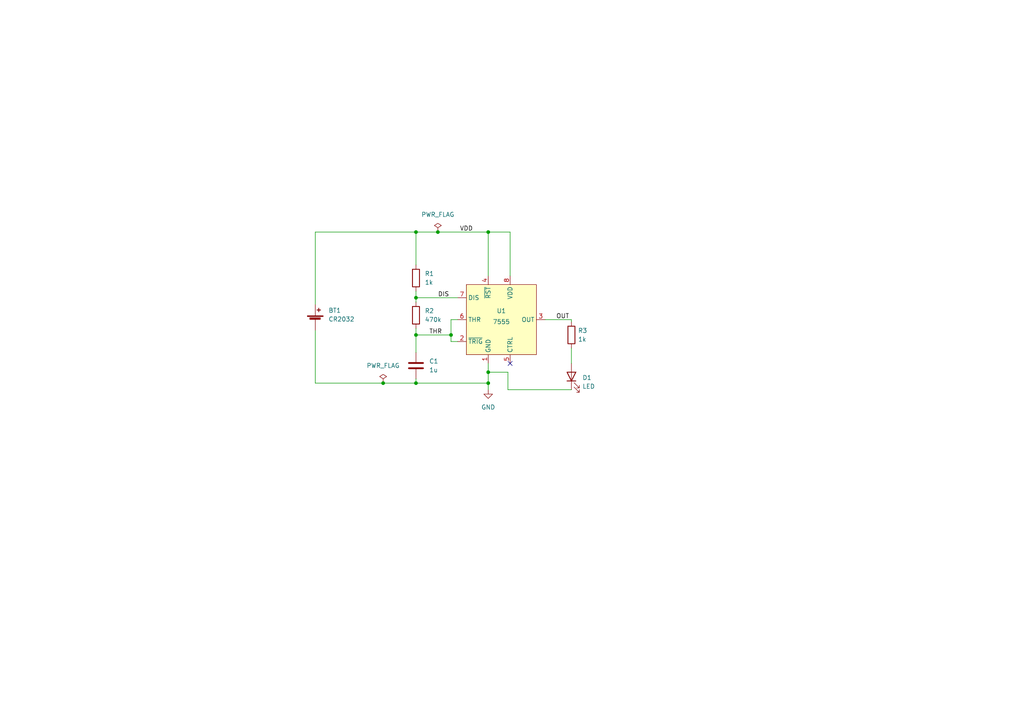
<source format=kicad_sch>
(kicad_sch (version 20211123) (generator eeschema)

  (uuid 3c5968be-06fc-4151-9328-aa5a15935c76)

  (paper "A4")

  (lib_symbols
    (symbol "Custom Library:7555" (in_bom yes) (on_board yes)
      (property "Reference" "U" (id 0) (at 0 1.27 0)
        (effects (font (size 1.27 1.27)))
      )
      (property "Value" "7555" (id 1) (at 0 -1.27 0)
        (effects (font (size 1.27 1.27)))
      )
      (property "Footprint" "" (id 2) (at 0 0 0)
        (effects (font (size 1.27 1.27)) hide)
      )
      (property "Datasheet" "" (id 3) (at 0 0 0)
        (effects (font (size 1.27 1.27)) hide)
      )
      (symbol "7555_0_1"
        (rectangle (start -10.16 10.16) (end 10.16 -10.16)
          (stroke (width 0) (type default) (color 0 0 0 0))
          (fill (type background))
        )
      )
      (symbol "7555_1_1"
        (pin input line (at -3.81 -12.7 90) (length 2.54)
          (name "GND" (effects (font (size 1.27 1.27))))
          (number "1" (effects (font (size 1.27 1.27))))
        )
        (pin input line (at -12.7 -6.35 0) (length 2.54)
          (name "~{TRIG}" (effects (font (size 1.27 1.27))))
          (number "2" (effects (font (size 1.27 1.27))))
        )
        (pin output line (at 12.7 0 180) (length 2.54)
          (name "OUT" (effects (font (size 1.27 1.27))))
          (number "3" (effects (font (size 1.27 1.27))))
        )
        (pin input line (at -3.81 12.7 270) (length 2.54)
          (name "~{RST}" (effects (font (size 1.27 1.27))))
          (number "4" (effects (font (size 1.27 1.27))))
        )
        (pin input line (at 2.54 -12.7 90) (length 2.54)
          (name "CTRL" (effects (font (size 1.27 1.27))))
          (number "5" (effects (font (size 1.27 1.27))))
        )
        (pin input line (at -12.7 0 0) (length 2.54)
          (name "THR" (effects (font (size 1.27 1.27))))
          (number "6" (effects (font (size 1.27 1.27))))
        )
        (pin input line (at -12.7 6.35 0) (length 2.54)
          (name "DIS" (effects (font (size 1.27 1.27))))
          (number "7" (effects (font (size 1.27 1.27))))
        )
        (pin input line (at 2.54 12.7 270) (length 2.54)
          (name "VDD" (effects (font (size 1.27 1.27))))
          (number "8" (effects (font (size 1.27 1.27))))
        )
      )
    )
    (symbol "Device:Battery_Cell" (pin_numbers hide) (pin_names (offset 0) hide) (in_bom yes) (on_board yes)
      (property "Reference" "BT" (id 0) (at 2.54 2.54 0)
        (effects (font (size 1.27 1.27)) (justify left))
      )
      (property "Value" "Battery_Cell" (id 1) (at 2.54 0 0)
        (effects (font (size 1.27 1.27)) (justify left))
      )
      (property "Footprint" "" (id 2) (at 0 1.524 90)
        (effects (font (size 1.27 1.27)) hide)
      )
      (property "Datasheet" "~" (id 3) (at 0 1.524 90)
        (effects (font (size 1.27 1.27)) hide)
      )
      (property "ki_keywords" "battery cell" (id 4) (at 0 0 0)
        (effects (font (size 1.27 1.27)) hide)
      )
      (property "ki_description" "Single-cell battery" (id 5) (at 0 0 0)
        (effects (font (size 1.27 1.27)) hide)
      )
      (symbol "Battery_Cell_0_1"
        (rectangle (start -2.286 1.778) (end 2.286 1.524)
          (stroke (width 0) (type default) (color 0 0 0 0))
          (fill (type outline))
        )
        (rectangle (start -1.5748 1.1938) (end 1.4732 0.6858)
          (stroke (width 0) (type default) (color 0 0 0 0))
          (fill (type outline))
        )
        (polyline
          (pts
            (xy 0 0.762)
            (xy 0 0)
          )
          (stroke (width 0) (type default) (color 0 0 0 0))
          (fill (type none))
        )
        (polyline
          (pts
            (xy 0 1.778)
            (xy 0 2.54)
          )
          (stroke (width 0) (type default) (color 0 0 0 0))
          (fill (type none))
        )
        (polyline
          (pts
            (xy 0.508 3.429)
            (xy 1.524 3.429)
          )
          (stroke (width 0.254) (type default) (color 0 0 0 0))
          (fill (type none))
        )
        (polyline
          (pts
            (xy 1.016 3.937)
            (xy 1.016 2.921)
          )
          (stroke (width 0.254) (type default) (color 0 0 0 0))
          (fill (type none))
        )
      )
      (symbol "Battery_Cell_1_1"
        (pin passive line (at 0 5.08 270) (length 2.54)
          (name "+" (effects (font (size 1.27 1.27))))
          (number "1" (effects (font (size 1.27 1.27))))
        )
        (pin passive line (at 0 -2.54 90) (length 2.54)
          (name "-" (effects (font (size 1.27 1.27))))
          (number "2" (effects (font (size 1.27 1.27))))
        )
      )
    )
    (symbol "Device:C" (pin_numbers hide) (pin_names (offset 0.254)) (in_bom yes) (on_board yes)
      (property "Reference" "C" (id 0) (at 0.635 2.54 0)
        (effects (font (size 1.27 1.27)) (justify left))
      )
      (property "Value" "C" (id 1) (at 0.635 -2.54 0)
        (effects (font (size 1.27 1.27)) (justify left))
      )
      (property "Footprint" "" (id 2) (at 0.9652 -3.81 0)
        (effects (font (size 1.27 1.27)) hide)
      )
      (property "Datasheet" "~" (id 3) (at 0 0 0)
        (effects (font (size 1.27 1.27)) hide)
      )
      (property "ki_keywords" "cap capacitor" (id 4) (at 0 0 0)
        (effects (font (size 1.27 1.27)) hide)
      )
      (property "ki_description" "Unpolarized capacitor" (id 5) (at 0 0 0)
        (effects (font (size 1.27 1.27)) hide)
      )
      (property "ki_fp_filters" "C_*" (id 6) (at 0 0 0)
        (effects (font (size 1.27 1.27)) hide)
      )
      (symbol "C_0_1"
        (polyline
          (pts
            (xy -2.032 -0.762)
            (xy 2.032 -0.762)
          )
          (stroke (width 0.508) (type default) (color 0 0 0 0))
          (fill (type none))
        )
        (polyline
          (pts
            (xy -2.032 0.762)
            (xy 2.032 0.762)
          )
          (stroke (width 0.508) (type default) (color 0 0 0 0))
          (fill (type none))
        )
      )
      (symbol "C_1_1"
        (pin passive line (at 0 3.81 270) (length 2.794)
          (name "~" (effects (font (size 1.27 1.27))))
          (number "1" (effects (font (size 1.27 1.27))))
        )
        (pin passive line (at 0 -3.81 90) (length 2.794)
          (name "~" (effects (font (size 1.27 1.27))))
          (number "2" (effects (font (size 1.27 1.27))))
        )
      )
    )
    (symbol "Device:LED" (pin_numbers hide) (pin_names (offset 1.016) hide) (in_bom yes) (on_board yes)
      (property "Reference" "D" (id 0) (at 0 2.54 0)
        (effects (font (size 1.27 1.27)))
      )
      (property "Value" "LED" (id 1) (at 0 -2.54 0)
        (effects (font (size 1.27 1.27)))
      )
      (property "Footprint" "" (id 2) (at 0 0 0)
        (effects (font (size 1.27 1.27)) hide)
      )
      (property "Datasheet" "~" (id 3) (at 0 0 0)
        (effects (font (size 1.27 1.27)) hide)
      )
      (property "ki_keywords" "LED diode" (id 4) (at 0 0 0)
        (effects (font (size 1.27 1.27)) hide)
      )
      (property "ki_description" "Light emitting diode" (id 5) (at 0 0 0)
        (effects (font (size 1.27 1.27)) hide)
      )
      (property "ki_fp_filters" "LED* LED_SMD:* LED_THT:*" (id 6) (at 0 0 0)
        (effects (font (size 1.27 1.27)) hide)
      )
      (symbol "LED_0_1"
        (polyline
          (pts
            (xy -1.27 -1.27)
            (xy -1.27 1.27)
          )
          (stroke (width 0.254) (type default) (color 0 0 0 0))
          (fill (type none))
        )
        (polyline
          (pts
            (xy -1.27 0)
            (xy 1.27 0)
          )
          (stroke (width 0) (type default) (color 0 0 0 0))
          (fill (type none))
        )
        (polyline
          (pts
            (xy 1.27 -1.27)
            (xy 1.27 1.27)
            (xy -1.27 0)
            (xy 1.27 -1.27)
          )
          (stroke (width 0.254) (type default) (color 0 0 0 0))
          (fill (type none))
        )
        (polyline
          (pts
            (xy -3.048 -0.762)
            (xy -4.572 -2.286)
            (xy -3.81 -2.286)
            (xy -4.572 -2.286)
            (xy -4.572 -1.524)
          )
          (stroke (width 0) (type default) (color 0 0 0 0))
          (fill (type none))
        )
        (polyline
          (pts
            (xy -1.778 -0.762)
            (xy -3.302 -2.286)
            (xy -2.54 -2.286)
            (xy -3.302 -2.286)
            (xy -3.302 -1.524)
          )
          (stroke (width 0) (type default) (color 0 0 0 0))
          (fill (type none))
        )
      )
      (symbol "LED_1_1"
        (pin passive line (at -3.81 0 0) (length 2.54)
          (name "K" (effects (font (size 1.27 1.27))))
          (number "1" (effects (font (size 1.27 1.27))))
        )
        (pin passive line (at 3.81 0 180) (length 2.54)
          (name "A" (effects (font (size 1.27 1.27))))
          (number "2" (effects (font (size 1.27 1.27))))
        )
      )
    )
    (symbol "Device:R" (pin_numbers hide) (pin_names (offset 0)) (in_bom yes) (on_board yes)
      (property "Reference" "R" (id 0) (at 2.032 0 90)
        (effects (font (size 1.27 1.27)))
      )
      (property "Value" "R" (id 1) (at 0 0 90)
        (effects (font (size 1.27 1.27)))
      )
      (property "Footprint" "" (id 2) (at -1.778 0 90)
        (effects (font (size 1.27 1.27)) hide)
      )
      (property "Datasheet" "~" (id 3) (at 0 0 0)
        (effects (font (size 1.27 1.27)) hide)
      )
      (property "ki_keywords" "R res resistor" (id 4) (at 0 0 0)
        (effects (font (size 1.27 1.27)) hide)
      )
      (property "ki_description" "Resistor" (id 5) (at 0 0 0)
        (effects (font (size 1.27 1.27)) hide)
      )
      (property "ki_fp_filters" "R_*" (id 6) (at 0 0 0)
        (effects (font (size 1.27 1.27)) hide)
      )
      (symbol "R_0_1"
        (rectangle (start -1.016 -2.54) (end 1.016 2.54)
          (stroke (width 0.254) (type default) (color 0 0 0 0))
          (fill (type none))
        )
      )
      (symbol "R_1_1"
        (pin passive line (at 0 3.81 270) (length 1.27)
          (name "~" (effects (font (size 1.27 1.27))))
          (number "1" (effects (font (size 1.27 1.27))))
        )
        (pin passive line (at 0 -3.81 90) (length 1.27)
          (name "~" (effects (font (size 1.27 1.27))))
          (number "2" (effects (font (size 1.27 1.27))))
        )
      )
    )
    (symbol "power:GND" (power) (pin_names (offset 0)) (in_bom yes) (on_board yes)
      (property "Reference" "#PWR" (id 0) (at 0 -6.35 0)
        (effects (font (size 1.27 1.27)) hide)
      )
      (property "Value" "GND" (id 1) (at 0 -3.81 0)
        (effects (font (size 1.27 1.27)))
      )
      (property "Footprint" "" (id 2) (at 0 0 0)
        (effects (font (size 1.27 1.27)) hide)
      )
      (property "Datasheet" "" (id 3) (at 0 0 0)
        (effects (font (size 1.27 1.27)) hide)
      )
      (property "ki_keywords" "power-flag" (id 4) (at 0 0 0)
        (effects (font (size 1.27 1.27)) hide)
      )
      (property "ki_description" "Power symbol creates a global label with name \"GND\" , ground" (id 5) (at 0 0 0)
        (effects (font (size 1.27 1.27)) hide)
      )
      (symbol "GND_0_1"
        (polyline
          (pts
            (xy 0 0)
            (xy 0 -1.27)
            (xy 1.27 -1.27)
            (xy 0 -2.54)
            (xy -1.27 -1.27)
            (xy 0 -1.27)
          )
          (stroke (width 0) (type default) (color 0 0 0 0))
          (fill (type none))
        )
      )
      (symbol "GND_1_1"
        (pin power_in line (at 0 0 270) (length 0) hide
          (name "GND" (effects (font (size 1.27 1.27))))
          (number "1" (effects (font (size 1.27 1.27))))
        )
      )
    )
    (symbol "power:PWR_FLAG" (power) (pin_numbers hide) (pin_names (offset 0) hide) (in_bom yes) (on_board yes)
      (property "Reference" "#FLG" (id 0) (at 0 1.905 0)
        (effects (font (size 1.27 1.27)) hide)
      )
      (property "Value" "PWR_FLAG" (id 1) (at 0 3.81 0)
        (effects (font (size 1.27 1.27)))
      )
      (property "Footprint" "" (id 2) (at 0 0 0)
        (effects (font (size 1.27 1.27)) hide)
      )
      (property "Datasheet" "~" (id 3) (at 0 0 0)
        (effects (font (size 1.27 1.27)) hide)
      )
      (property "ki_keywords" "power-flag" (id 4) (at 0 0 0)
        (effects (font (size 1.27 1.27)) hide)
      )
      (property "ki_description" "Special symbol for telling ERC where power comes from" (id 5) (at 0 0 0)
        (effects (font (size 1.27 1.27)) hide)
      )
      (symbol "PWR_FLAG_0_0"
        (pin power_out line (at 0 0 90) (length 0)
          (name "pwr" (effects (font (size 1.27 1.27))))
          (number "1" (effects (font (size 1.27 1.27))))
        )
      )
      (symbol "PWR_FLAG_0_1"
        (polyline
          (pts
            (xy 0 0)
            (xy 0 1.27)
            (xy -1.016 1.905)
            (xy 0 2.54)
            (xy 1.016 1.905)
            (xy 0 1.27)
          )
          (stroke (width 0) (type default) (color 0 0 0 0))
          (fill (type none))
        )
      )
    )
  )

  (junction (at 120.65 86.36) (diameter 0) (color 0 0 0 0)
    (uuid 06defb86-2688-4518-9642-fe21ec8e9cb9)
  )
  (junction (at 120.65 97.155) (diameter 0) (color 0 0 0 0)
    (uuid 3194ddce-4be6-408e-bca7-4bf15da3fae8)
  )
  (junction (at 120.65 67.31) (diameter 0) (color 0 0 0 0)
    (uuid 3ae58ef1-7f2c-46f1-96cf-9f6c8112f74c)
  )
  (junction (at 130.81 97.155) (diameter 0) (color 0 0 0 0)
    (uuid 47eb9dcd-5253-4a52-b5ff-8d9bdcb166b7)
  )
  (junction (at 127 67.31) (diameter 0) (color 0 0 0 0)
    (uuid 50b0bfbd-f352-421c-8d42-5955a47e778d)
  )
  (junction (at 111.125 111.125) (diameter 0) (color 0 0 0 0)
    (uuid 5cde6c67-5adc-4a02-bd09-787e168caa29)
  )
  (junction (at 141.605 67.31) (diameter 0) (color 0 0 0 0)
    (uuid 761c97c1-edcd-4cfc-92f7-483dab72a6eb)
  )
  (junction (at 120.65 111.125) (diameter 0) (color 0 0 0 0)
    (uuid b217b2fd-5acd-4356-a782-519772e26acf)
  )
  (junction (at 141.605 111.125) (diameter 0) (color 0 0 0 0)
    (uuid c28357a0-95f8-4fd5-a34f-77a42de7fd4c)
  )
  (junction (at 141.605 107.95) (diameter 0) (color 0 0 0 0)
    (uuid e3bf148e-218d-4506-9e85-3d9058344d97)
  )

  (no_connect (at 147.955 105.41) (uuid e1a01412-0c44-475f-b944-04e65b6cbc85))

  (wire (pts (xy 120.65 86.36) (xy 132.715 86.36))
    (stroke (width 0) (type default) (color 0 0 0 0))
    (uuid 0a0f28b0-80c8-42ec-a8cc-d13bd9f7efd7)
  )
  (wire (pts (xy 165.735 100.965) (xy 165.735 105.41))
    (stroke (width 0) (type default) (color 0 0 0 0))
    (uuid 10ce7fa7-51bd-44c4-b367-08f6073f44f1)
  )
  (wire (pts (xy 120.65 67.31) (xy 120.65 76.835))
    (stroke (width 0) (type default) (color 0 0 0 0))
    (uuid 15f086f6-5ea0-4c1b-bcbc-b7f1d28d9adb)
  )
  (wire (pts (xy 111.125 111.125) (xy 91.44 111.125))
    (stroke (width 0) (type default) (color 0 0 0 0))
    (uuid 1af20e22-67a6-4aff-a266-e7f0f3753c80)
  )
  (wire (pts (xy 158.115 92.71) (xy 165.735 92.71))
    (stroke (width 0) (type default) (color 0 0 0 0))
    (uuid 1c03702a-011f-4ef4-81d7-d325ec860b28)
  )
  (wire (pts (xy 120.65 86.36) (xy 120.65 87.63))
    (stroke (width 0) (type default) (color 0 0 0 0))
    (uuid 222f68c7-539b-4a36-bc9d-5429de1a64d2)
  )
  (wire (pts (xy 165.735 113.03) (xy 147.32 113.03))
    (stroke (width 0) (type default) (color 0 0 0 0))
    (uuid 28150eb3-5d53-4b08-b817-6643047db41d)
  )
  (wire (pts (xy 141.605 67.31) (xy 147.955 67.31))
    (stroke (width 0) (type default) (color 0 0 0 0))
    (uuid 2907d51a-bd02-486b-9902-a430d0ed15f0)
  )
  (wire (pts (xy 130.81 97.155) (xy 130.81 99.06))
    (stroke (width 0) (type default) (color 0 0 0 0))
    (uuid 2bfbccdc-a9f6-4cc3-a5b8-2d927f9e9cd0)
  )
  (wire (pts (xy 132.715 92.71) (xy 130.81 92.71))
    (stroke (width 0) (type default) (color 0 0 0 0))
    (uuid 3520fdbc-cf93-49e2-85a1-a4362b3e4175)
  )
  (wire (pts (xy 120.65 84.455) (xy 120.65 86.36))
    (stroke (width 0) (type default) (color 0 0 0 0))
    (uuid 38819be2-17a2-4459-aea1-4567f5709ee6)
  )
  (wire (pts (xy 91.44 95.885) (xy 91.44 111.125))
    (stroke (width 0) (type default) (color 0 0 0 0))
    (uuid 3b676793-700c-49bd-be23-d13cb2c4e5e5)
  )
  (wire (pts (xy 120.65 111.125) (xy 111.125 111.125))
    (stroke (width 0) (type default) (color 0 0 0 0))
    (uuid 431f36bd-ff84-4d65-a0cb-dce7cd26764c)
  )
  (wire (pts (xy 147.32 113.03) (xy 147.32 107.95))
    (stroke (width 0) (type default) (color 0 0 0 0))
    (uuid 452bfd13-d99a-4f00-8bb2-0657af6f3320)
  )
  (wire (pts (xy 91.44 88.265) (xy 91.44 67.31))
    (stroke (width 0) (type default) (color 0 0 0 0))
    (uuid 60035eee-f55a-4fb3-9bc2-05e9b99da37d)
  )
  (wire (pts (xy 130.81 99.06) (xy 132.715 99.06))
    (stroke (width 0) (type default) (color 0 0 0 0))
    (uuid 643547f0-d5e9-42ce-ba85-c023a6c0fb9e)
  )
  (wire (pts (xy 147.32 107.95) (xy 141.605 107.95))
    (stroke (width 0) (type default) (color 0 0 0 0))
    (uuid 654b0e1e-e7f0-4135-ab56-a34425428848)
  )
  (wire (pts (xy 141.605 113.03) (xy 141.605 111.125))
    (stroke (width 0) (type default) (color 0 0 0 0))
    (uuid 76b5275a-fc8a-49ab-beec-938182008d9c)
  )
  (wire (pts (xy 120.65 111.125) (xy 120.65 109.855))
    (stroke (width 0) (type default) (color 0 0 0 0))
    (uuid 85da24b9-56eb-47f9-bfc7-ebc7a75ba105)
  )
  (wire (pts (xy 147.955 67.31) (xy 147.955 80.01))
    (stroke (width 0) (type default) (color 0 0 0 0))
    (uuid 93f78399-6e20-4d7a-bdaa-2ed4e743f8cf)
  )
  (wire (pts (xy 120.65 95.25) (xy 120.65 97.155))
    (stroke (width 0) (type default) (color 0 0 0 0))
    (uuid 99e2efb2-6086-43e0-a7ea-eff8cf8f591a)
  )
  (wire (pts (xy 120.65 111.125) (xy 141.605 111.125))
    (stroke (width 0) (type default) (color 0 0 0 0))
    (uuid a3cde0d9-35fb-4a79-b860-d7c69ead9558)
  )
  (wire (pts (xy 165.735 92.71) (xy 165.735 93.345))
    (stroke (width 0) (type default) (color 0 0 0 0))
    (uuid b7768781-1ef2-4774-8d74-5b738423e331)
  )
  (wire (pts (xy 141.605 107.95) (xy 141.605 111.125))
    (stroke (width 0) (type default) (color 0 0 0 0))
    (uuid b9be14c9-07d8-4c16-974b-c290ed23b13b)
  )
  (wire (pts (xy 120.65 67.31) (xy 127 67.31))
    (stroke (width 0) (type default) (color 0 0 0 0))
    (uuid cba46341-5823-4aef-85ec-79b94598547b)
  )
  (wire (pts (xy 141.605 105.41) (xy 141.605 107.95))
    (stroke (width 0) (type default) (color 0 0 0 0))
    (uuid cd8abe9b-5d5e-4963-b98a-796b6def5d8b)
  )
  (wire (pts (xy 141.605 67.31) (xy 141.605 80.01))
    (stroke (width 0) (type default) (color 0 0 0 0))
    (uuid cf343966-b097-4d4b-8626-309fc614f19e)
  )
  (wire (pts (xy 120.65 97.155) (xy 120.65 102.235))
    (stroke (width 0) (type default) (color 0 0 0 0))
    (uuid cfec0c28-93f0-4343-871f-eaa69cea512e)
  )
  (wire (pts (xy 130.81 97.155) (xy 120.65 97.155))
    (stroke (width 0) (type default) (color 0 0 0 0))
    (uuid e4d403be-4cb9-4537-8b8f-40f9dfb65a75)
  )
  (wire (pts (xy 127 67.31) (xy 141.605 67.31))
    (stroke (width 0) (type default) (color 0 0 0 0))
    (uuid ef16600a-1901-4cbd-9804-143fc81d2d33)
  )
  (wire (pts (xy 130.81 92.71) (xy 130.81 97.155))
    (stroke (width 0) (type default) (color 0 0 0 0))
    (uuid f3fe2e15-2234-4896-94e0-6440383764ee)
  )
  (wire (pts (xy 91.44 67.31) (xy 120.65 67.31))
    (stroke (width 0) (type default) (color 0 0 0 0))
    (uuid f7e7ba3f-c0ea-4d01-a8c8-b42257ba7a46)
  )

  (label "OUT" (at 161.29 92.71 0)
    (effects (font (size 1.27 1.27)) (justify left bottom))
    (uuid 0d8ae524-104d-4c0f-b410-dd6f541f77b9)
  )
  (label "THR" (at 124.46 97.155 0)
    (effects (font (size 1.27 1.27)) (justify left bottom))
    (uuid 2c46df65-26bf-47d1-ad8d-e32bf369170e)
  )
  (label "VDD" (at 133.35 67.31 0)
    (effects (font (size 1.27 1.27)) (justify left bottom))
    (uuid 95fee9b1-7f98-43b9-8cf6-42760e512ef0)
  )
  (label "DIS" (at 127 86.36 0)
    (effects (font (size 1.27 1.27)) (justify left bottom))
    (uuid e3197f8b-b01c-45d0-a6ab-4079d8f7c9f9)
  )

  (symbol (lib_id "power:PWR_FLAG") (at 111.125 111.125 0) (unit 1)
    (in_bom yes) (on_board yes) (fields_autoplaced)
    (uuid 38a517a3-fb56-41fb-9e1f-84fe2f72f640)
    (property "Reference" "#FLG0102" (id 0) (at 111.125 109.22 0)
      (effects (font (size 1.27 1.27)) hide)
    )
    (property "Value" "PWR_FLAG" (id 1) (at 111.125 106.045 0))
    (property "Footprint" "" (id 2) (at 111.125 111.125 0)
      (effects (font (size 1.27 1.27)) hide)
    )
    (property "Datasheet" "~" (id 3) (at 111.125 111.125 0)
      (effects (font (size 1.27 1.27)) hide)
    )
    (pin "1" (uuid 901d2ba7-0983-4079-846a-a871b0beb5b0))
  )

  (symbol (lib_id "Device:Battery_Cell") (at 91.44 93.345 0) (unit 1)
    (in_bom yes) (on_board yes) (fields_autoplaced)
    (uuid 4eaff93f-2f3f-42a6-aa72-750dade611bb)
    (property "Reference" "BT1" (id 0) (at 95.25 90.0429 0)
      (effects (font (size 1.27 1.27)) (justify left))
    )
    (property "Value" "CR2032" (id 1) (at 95.25 92.5829 0)
      (effects (font (size 1.27 1.27)) (justify left))
    )
    (property "Footprint" "Custom Footprint Library:S8211-46R" (id 2) (at 91.44 91.821 90)
      (effects (font (size 1.27 1.27)) hide)
    )
    (property "Datasheet" "~" (id 3) (at 91.44 91.821 90)
      (effects (font (size 1.27 1.27)) hide)
    )
    (pin "1" (uuid 63a43c2e-3f40-4742-bf50-b2e1f84af027))
    (pin "2" (uuid cf800dc9-5c1c-4fb3-b6b2-620435428212))
  )

  (symbol (lib_id "power:GND") (at 141.605 113.03 0) (unit 1)
    (in_bom yes) (on_board yes) (fields_autoplaced)
    (uuid 52015309-9896-4e9e-9fac-bd852135c39c)
    (property "Reference" "#PWR0101" (id 0) (at 141.605 119.38 0)
      (effects (font (size 1.27 1.27)) hide)
    )
    (property "Value" "GND" (id 1) (at 141.605 118.11 0))
    (property "Footprint" "" (id 2) (at 141.605 113.03 0)
      (effects (font (size 1.27 1.27)) hide)
    )
    (property "Datasheet" "" (id 3) (at 141.605 113.03 0)
      (effects (font (size 1.27 1.27)) hide)
    )
    (pin "1" (uuid f8547336-0089-4408-8a6b-2c640e507396))
  )

  (symbol (lib_id "power:PWR_FLAG") (at 127 67.31 0) (unit 1)
    (in_bom yes) (on_board yes) (fields_autoplaced)
    (uuid 8c5d1962-8803-434a-8a82-1ac25ea2e9b1)
    (property "Reference" "#FLG0101" (id 0) (at 127 65.405 0)
      (effects (font (size 1.27 1.27)) hide)
    )
    (property "Value" "PWR_FLAG" (id 1) (at 127 62.23 0))
    (property "Footprint" "" (id 2) (at 127 67.31 0)
      (effects (font (size 1.27 1.27)) hide)
    )
    (property "Datasheet" "~" (id 3) (at 127 67.31 0)
      (effects (font (size 1.27 1.27)) hide)
    )
    (pin "1" (uuid 70a365e3-117a-45ac-9393-aeaa42846b44))
  )

  (symbol (lib_id "Device:R") (at 120.65 80.645 0) (unit 1)
    (in_bom yes) (on_board yes) (fields_autoplaced)
    (uuid a0663f89-c5bc-4a52-be92-7ec60482b320)
    (property "Reference" "R1" (id 0) (at 123.19 79.3749 0)
      (effects (font (size 1.27 1.27)) (justify left))
    )
    (property "Value" "1k" (id 1) (at 123.19 81.9149 0)
      (effects (font (size 1.27 1.27)) (justify left))
    )
    (property "Footprint" "Resistor_SMD:R_0805_2012Metric_Pad1.20x1.40mm_HandSolder" (id 2) (at 118.872 80.645 90)
      (effects (font (size 1.27 1.27)) hide)
    )
    (property "Datasheet" "~" (id 3) (at 120.65 80.645 0)
      (effects (font (size 1.27 1.27)) hide)
    )
    (pin "1" (uuid 77470175-4577-44f4-8111-cc2db9fb28e8))
    (pin "2" (uuid bac52490-81d5-4fae-b296-89b929de2b32))
  )

  (symbol (lib_id "Device:LED") (at 165.735 109.22 90) (unit 1)
    (in_bom yes) (on_board yes) (fields_autoplaced)
    (uuid c541e1d2-0113-47ea-b8ae-ed8f5d86f4e0)
    (property "Reference" "D1" (id 0) (at 168.91 109.5374 90)
      (effects (font (size 1.27 1.27)) (justify right))
    )
    (property "Value" "LED" (id 1) (at 168.91 112.0774 90)
      (effects (font (size 1.27 1.27)) (justify right))
    )
    (property "Footprint" "LED_SMD:LED_0805_2012Metric_Pad1.15x1.40mm_HandSolder" (id 2) (at 165.735 109.22 0)
      (effects (font (size 1.27 1.27)) hide)
    )
    (property "Datasheet" "~" (id 3) (at 165.735 109.22 0)
      (effects (font (size 1.27 1.27)) hide)
    )
    (pin "1" (uuid 9002808f-906b-4f2d-87c4-178d464ac0e5))
    (pin "2" (uuid 36c49463-8f77-4ddb-b866-94ab51241be8))
  )

  (symbol (lib_id "Device:C") (at 120.65 106.045 0) (unit 1)
    (in_bom yes) (on_board yes) (fields_autoplaced)
    (uuid cc8c516d-ee0e-4218-83e4-dd6555b766eb)
    (property "Reference" "C1" (id 0) (at 124.46 104.7749 0)
      (effects (font (size 1.27 1.27)) (justify left))
    )
    (property "Value" "1u" (id 1) (at 124.46 107.3149 0)
      (effects (font (size 1.27 1.27)) (justify left))
    )
    (property "Footprint" "Capacitor_SMD:C_0805_2012Metric_Pad1.18x1.45mm_HandSolder" (id 2) (at 121.6152 109.855 0)
      (effects (font (size 1.27 1.27)) hide)
    )
    (property "Datasheet" "~" (id 3) (at 120.65 106.045 0)
      (effects (font (size 1.27 1.27)) hide)
    )
    (pin "1" (uuid ed5fbc7f-5dfb-40b8-9c69-8ce9a5b39e31))
    (pin "2" (uuid 2d2e415e-3a6e-4874-a142-ae786fa29521))
  )

  (symbol (lib_id "Device:R") (at 165.735 97.155 0) (unit 1)
    (in_bom yes) (on_board yes) (fields_autoplaced)
    (uuid e1692266-ce38-447d-85ba-6f0d8e2a9753)
    (property "Reference" "R3" (id 0) (at 167.64 95.8849 0)
      (effects (font (size 1.27 1.27)) (justify left))
    )
    (property "Value" "1k" (id 1) (at 167.64 98.4249 0)
      (effects (font (size 1.27 1.27)) (justify left))
    )
    (property "Footprint" "Resistor_SMD:R_0805_2012Metric_Pad1.20x1.40mm_HandSolder" (id 2) (at 163.957 97.155 90)
      (effects (font (size 1.27 1.27)) hide)
    )
    (property "Datasheet" "~" (id 3) (at 165.735 97.155 0)
      (effects (font (size 1.27 1.27)) hide)
    )
    (pin "1" (uuid d15be003-6deb-4cc8-b54d-1a00f08e9fcf))
    (pin "2" (uuid 5591722e-cbf1-424a-a268-b88f5014a711))
  )

  (symbol (lib_id "Custom Library:7555") (at 145.415 92.71 0) (unit 1)
    (in_bom yes) (on_board yes)
    (uuid e524a38b-e081-408a-a770-8eb5e7f20952)
    (property "Reference" "U1" (id 0) (at 145.415 90.17 0))
    (property "Value" "7555" (id 1) (at 145.415 93.345 0))
    (property "Footprint" "Package_SO:SOIC-8_3.9x4.9mm_P1.27mm" (id 2) (at 145.415 92.71 0)
      (effects (font (size 1.27 1.27)) hide)
    )
    (property "Datasheet" "" (id 3) (at 145.415 92.71 0)
      (effects (font (size 1.27 1.27)) hide)
    )
    (pin "1" (uuid 81aadc75-b9df-43de-8827-77e60f62523f))
    (pin "2" (uuid 1a019988-f8dc-4f12-89bf-78baa080738e))
    (pin "3" (uuid 6dc35285-6da1-45bb-9baa-249ecf186f50))
    (pin "4" (uuid 9c3fcfeb-d0ab-45f7-ac65-01d0bda364c4))
    (pin "5" (uuid 800c6dd4-c7e9-4003-966c-dadfcd63cfaf))
    (pin "6" (uuid 4d642ff5-3332-4c6d-8457-9066a68675d1))
    (pin "7" (uuid b97f9e02-efc8-4e54-a363-96a9515e719a))
    (pin "8" (uuid 6d43b02b-6e54-4072-8a00-f9b587c5e887))
  )

  (symbol (lib_id "Device:R") (at 120.65 91.44 0) (unit 1)
    (in_bom yes) (on_board yes) (fields_autoplaced)
    (uuid e6110074-6dfc-4825-8b47-ed97e47cf73d)
    (property "Reference" "R2" (id 0) (at 123.19 90.1699 0)
      (effects (font (size 1.27 1.27)) (justify left))
    )
    (property "Value" "470k" (id 1) (at 123.19 92.7099 0)
      (effects (font (size 1.27 1.27)) (justify left))
    )
    (property "Footprint" "Resistor_SMD:R_0805_2012Metric_Pad1.20x1.40mm_HandSolder" (id 2) (at 118.872 91.44 90)
      (effects (font (size 1.27 1.27)) hide)
    )
    (property "Datasheet" "~" (id 3) (at 120.65 91.44 0)
      (effects (font (size 1.27 1.27)) hide)
    )
    (pin "1" (uuid 1bd28c31-00cb-43cb-b5f1-81480e9678db))
    (pin "2" (uuid 09fe8bb1-db73-41b5-8160-17a7e1a1c5f0))
  )

  (sheet_instances
    (path "/" (page "1"))
  )

  (symbol_instances
    (path "/8c5d1962-8803-434a-8a82-1ac25ea2e9b1"
      (reference "#FLG0101") (unit 1) (value "PWR_FLAG") (footprint "")
    )
    (path "/38a517a3-fb56-41fb-9e1f-84fe2f72f640"
      (reference "#FLG0102") (unit 1) (value "PWR_FLAG") (footprint "")
    )
    (path "/52015309-9896-4e9e-9fac-bd852135c39c"
      (reference "#PWR0101") (unit 1) (value "GND") (footprint "")
    )
    (path "/4eaff93f-2f3f-42a6-aa72-750dade611bb"
      (reference "BT1") (unit 1) (value "CR2032") (footprint "Custom Footprint Library:S8211-46R")
    )
    (path "/cc8c516d-ee0e-4218-83e4-dd6555b766eb"
      (reference "C1") (unit 1) (value "1u") (footprint "Capacitor_SMD:C_0805_2012Metric_Pad1.18x1.45mm_HandSolder")
    )
    (path "/c541e1d2-0113-47ea-b8ae-ed8f5d86f4e0"
      (reference "D1") (unit 1) (value "LED") (footprint "LED_SMD:LED_0805_2012Metric_Pad1.15x1.40mm_HandSolder")
    )
    (path "/a0663f89-c5bc-4a52-be92-7ec60482b320"
      (reference "R1") (unit 1) (value "1k") (footprint "Resistor_SMD:R_0805_2012Metric_Pad1.20x1.40mm_HandSolder")
    )
    (path "/e6110074-6dfc-4825-8b47-ed97e47cf73d"
      (reference "R2") (unit 1) (value "470k") (footprint "Resistor_SMD:R_0805_2012Metric_Pad1.20x1.40mm_HandSolder")
    )
    (path "/e1692266-ce38-447d-85ba-6f0d8e2a9753"
      (reference "R3") (unit 1) (value "1k") (footprint "Resistor_SMD:R_0805_2012Metric_Pad1.20x1.40mm_HandSolder")
    )
    (path "/e524a38b-e081-408a-a770-8eb5e7f20952"
      (reference "U1") (unit 1) (value "7555") (footprint "Package_SO:SOIC-8_3.9x4.9mm_P1.27mm")
    )
  )
)

</source>
